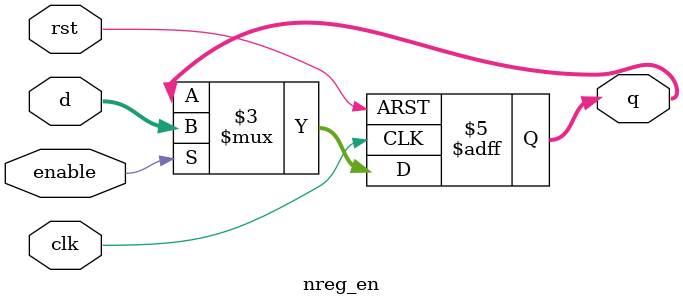
<source format=sv>
module nreg_en #(parameter N=8)
	(input logic [N-1:0] d,
	input logic clk, rst, enable,
	output logic [N-1:0] q);

always_ff @(posedge clk, negedge rst)
	if (!rst)
		q <= 0;
	else if (enable)
		q <= d;

endmodule
</source>
